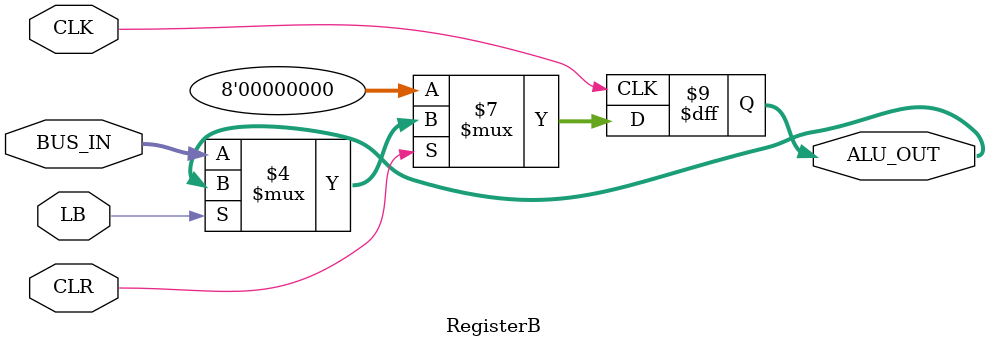
<source format=v>
module RegisterB #(parameter WIDTH=8)(input CLK,
input CLR,
input LB,
input [WIDTH-1:0] BUS_IN,
output reg [WIDTH-1:0] ALU_OUT
);
always @(posedge CLK)
 begin
	if(!CLR)
	 begin
		ALU_OUT<='b0;
	 end
	else if(!LB)
	 begin
		ALU_OUT<=BUS_IN;
	 end
 end




endmodule

</source>
